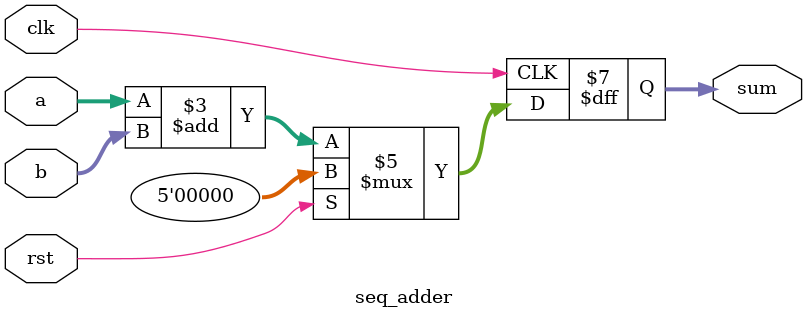
<source format=sv>
module seq_adder(clk,rst,a,b,sum);
input clk,rst;
input [3:0] a,b;
output reg [4:0] sum;

	always @(posedge clk) begin
		if(rst==1)
			sum<=4'b0;
		else
			sum<=a+b;
	end
endmodule



</source>
